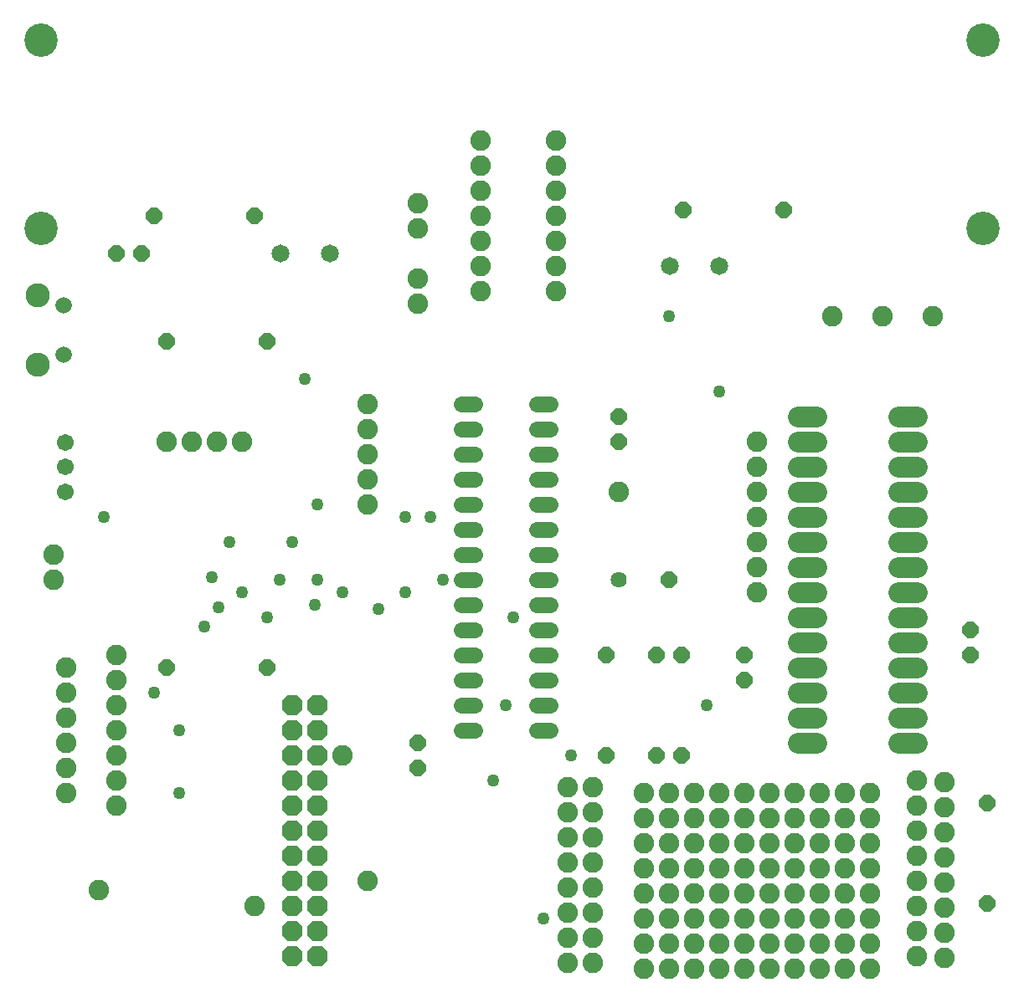
<source format=gbs>
G04 EAGLE Gerber RS-274X export*
G75*
%MOMM*%
%FSLAX34Y34*%
%LPD*%
%INBottom Soldermask*%
%IPPOS*%
%AMOC8*
5,1,8,0,0,1.08239X$1,22.5*%
G01*
%ADD10C,3.378200*%
%ADD11C,2.082800*%
%ADD12P,1.759533X8X292.500000*%
%ADD13C,1.625600*%
%ADD14P,1.759533X8X22.500000*%
%ADD15P,1.759533X8X202.500000*%
%ADD16P,1.759533X8X112.500000*%
%ADD17P,2.254402X8X292.500000*%
%ADD18C,1.712800*%
%ADD19C,1.812800*%
%ADD20C,2.082800*%
%ADD21C,1.625600*%
%ADD22C,1.662800*%
%ADD23C,2.453200*%
%ADD24C,1.261200*%


D10*
X25400Y965200D03*
X25400Y774700D03*
X977900Y774700D03*
X977900Y965200D03*
D11*
X38100Y419100D03*
X38100Y444500D03*
D12*
X609600Y584200D03*
X609600Y558800D03*
X406400Y254000D03*
X406400Y228600D03*
D13*
X609600Y419100D03*
D14*
X660400Y419100D03*
D12*
X736600Y342900D03*
X736600Y317500D03*
D11*
X406400Y698500D03*
X406400Y723900D03*
X749300Y457200D03*
X749300Y431800D03*
X749300Y406400D03*
X927100Y685800D03*
X876300Y685800D03*
X825500Y685800D03*
X406400Y774700D03*
X406400Y800100D03*
X330200Y241300D03*
X355600Y114300D03*
X241300Y88900D03*
X749300Y558800D03*
X749300Y533400D03*
X749300Y508000D03*
X749300Y482600D03*
D15*
X127000Y749300D03*
X101600Y749300D03*
D12*
X965200Y368300D03*
X965200Y342900D03*
D15*
X241300Y787400D03*
X139700Y787400D03*
X254000Y660400D03*
X152400Y660400D03*
D12*
X647700Y342900D03*
X647700Y241300D03*
X673100Y342900D03*
X673100Y241300D03*
D16*
X981710Y91440D03*
X981710Y193040D03*
D14*
X674370Y793750D03*
X775970Y793750D03*
D12*
X596900Y342900D03*
X596900Y241300D03*
D11*
X546100Y863600D03*
X546100Y838200D03*
X546100Y812800D03*
X546100Y787400D03*
X546100Y762000D03*
X546100Y736600D03*
X546100Y711200D03*
X469900Y711200D03*
X469900Y736600D03*
X469900Y762000D03*
X469900Y787400D03*
X469900Y812800D03*
X469900Y838200D03*
X469900Y863600D03*
D17*
X279400Y292100D03*
X304800Y292100D03*
X279400Y266700D03*
X304800Y266700D03*
X279400Y241300D03*
X304800Y241300D03*
X279400Y215900D03*
X304800Y215900D03*
X279400Y190500D03*
X304800Y190500D03*
X279400Y165100D03*
X304800Y165100D03*
X279400Y139700D03*
X304800Y139700D03*
X279400Y114300D03*
X304800Y114300D03*
X279400Y88900D03*
X304800Y88900D03*
X279400Y63500D03*
X304800Y63500D03*
X279400Y38100D03*
X304800Y38100D03*
D18*
X49530Y558400D03*
X49530Y533400D03*
X49530Y508400D03*
D11*
X152400Y558800D03*
X177800Y558800D03*
X203200Y558800D03*
X228600Y558800D03*
X355600Y596900D03*
X355600Y571500D03*
X355600Y546100D03*
X355600Y520700D03*
X355600Y495300D03*
D19*
X267100Y749300D03*
X317100Y749300D03*
D11*
X50800Y330200D03*
X50800Y304800D03*
X50800Y279400D03*
X50800Y254000D03*
X50800Y228600D03*
X50800Y203200D03*
X101600Y342900D03*
X101600Y317500D03*
X101600Y292100D03*
X101600Y266700D03*
X101600Y241300D03*
X101600Y215900D03*
X101600Y190500D03*
D20*
X790702Y584200D02*
X809498Y584200D01*
X809498Y558800D02*
X790702Y558800D01*
X790702Y533400D02*
X809498Y533400D01*
X809498Y508000D02*
X790702Y508000D01*
X790702Y482600D02*
X809498Y482600D01*
X809498Y457200D02*
X790702Y457200D01*
X790702Y431800D02*
X809498Y431800D01*
X809498Y406400D02*
X790702Y406400D01*
X790702Y381000D02*
X809498Y381000D01*
X809498Y355600D02*
X790702Y355600D01*
X790702Y330200D02*
X809498Y330200D01*
X809498Y304800D02*
X790702Y304800D01*
X790702Y279400D02*
X809498Y279400D01*
X809498Y254000D02*
X790702Y254000D01*
X892302Y254000D02*
X911098Y254000D01*
X911098Y279400D02*
X892302Y279400D01*
X892302Y304800D02*
X911098Y304800D01*
X911098Y330200D02*
X892302Y330200D01*
X892302Y355600D02*
X911098Y355600D01*
X911098Y381000D02*
X892302Y381000D01*
X892302Y406400D02*
X911098Y406400D01*
X911098Y431800D02*
X892302Y431800D01*
X892302Y457200D02*
X911098Y457200D01*
X911098Y482600D02*
X892302Y482600D01*
X892302Y508000D02*
X911098Y508000D01*
X911098Y533400D02*
X892302Y533400D01*
X892302Y558800D02*
X911098Y558800D01*
X911098Y584200D02*
X892302Y584200D01*
D19*
X710800Y736600D03*
X660800Y736600D03*
D21*
X464312Y596900D02*
X450088Y596900D01*
X450088Y571500D02*
X464312Y571500D01*
X464312Y546100D02*
X450088Y546100D01*
X450088Y520700D02*
X464312Y520700D01*
X464312Y495300D02*
X450088Y495300D01*
X450088Y469900D02*
X464312Y469900D01*
X464312Y444500D02*
X450088Y444500D01*
X450088Y419100D02*
X464312Y419100D01*
X464312Y393700D02*
X450088Y393700D01*
X450088Y368300D02*
X464312Y368300D01*
X464312Y342900D02*
X450088Y342900D01*
X450088Y317500D02*
X464312Y317500D01*
X464312Y292100D02*
X450088Y292100D01*
X450088Y266700D02*
X464312Y266700D01*
X526288Y266700D02*
X540512Y266700D01*
X540512Y292100D02*
X526288Y292100D01*
X526288Y317500D02*
X540512Y317500D01*
X540512Y342900D02*
X526288Y342900D01*
X526288Y368300D02*
X540512Y368300D01*
X540512Y393700D02*
X526288Y393700D01*
X526288Y419100D02*
X540512Y419100D01*
X540512Y444500D02*
X526288Y444500D01*
X526288Y469900D02*
X540512Y469900D01*
X540512Y495300D02*
X526288Y495300D01*
X526288Y520700D02*
X540512Y520700D01*
X540512Y546100D02*
X526288Y546100D01*
X526288Y571500D02*
X540512Y571500D01*
X540512Y596900D02*
X526288Y596900D01*
D15*
X254000Y330200D03*
X152400Y330200D03*
D11*
X635000Y203200D03*
X635000Y177800D03*
X635000Y152400D03*
X635000Y127000D03*
X635000Y101600D03*
X635000Y76200D03*
X635000Y50800D03*
X635000Y25400D03*
X660400Y203200D03*
X660400Y177800D03*
X660400Y152400D03*
X660400Y127000D03*
X660400Y101600D03*
X660400Y76200D03*
X660400Y50800D03*
X660400Y25400D03*
X685800Y203200D03*
X685800Y177800D03*
X685800Y152400D03*
X685800Y127000D03*
X685800Y101600D03*
X685800Y76200D03*
X685800Y50800D03*
X685800Y25400D03*
X711200Y203200D03*
X711200Y177800D03*
X711200Y152400D03*
X711200Y127000D03*
X711200Y101600D03*
X711200Y76200D03*
X711200Y50800D03*
X711200Y25400D03*
X736600Y203200D03*
X736600Y177800D03*
X736600Y152400D03*
X736600Y127000D03*
X736600Y101600D03*
X736600Y76200D03*
X736600Y50800D03*
X736600Y25400D03*
X762000Y203200D03*
X762000Y177800D03*
X762000Y152400D03*
X762000Y127000D03*
X762000Y101600D03*
X762000Y76200D03*
X762000Y50800D03*
X762000Y25400D03*
X787400Y203200D03*
X787400Y177800D03*
X787400Y152400D03*
X787400Y127000D03*
X787400Y101600D03*
X787400Y76200D03*
X787400Y50800D03*
X787400Y25400D03*
X812800Y203200D03*
X812800Y177800D03*
X812800Y152400D03*
X812800Y127000D03*
X812800Y101600D03*
X812800Y76200D03*
X812800Y50800D03*
X812800Y25400D03*
X838200Y203200D03*
X838200Y177800D03*
X838200Y152400D03*
X838200Y127000D03*
X838200Y101600D03*
X838200Y76200D03*
X838200Y50800D03*
X838200Y25400D03*
X863600Y203200D03*
X863600Y177800D03*
X863600Y152400D03*
X863600Y127000D03*
X863600Y101600D03*
X863600Y76200D03*
X863600Y50800D03*
X863600Y25400D03*
X938530Y36830D03*
X938530Y62230D03*
X938530Y87630D03*
X938530Y113030D03*
X938530Y138430D03*
X938530Y163830D03*
X938530Y189230D03*
X938530Y214630D03*
X910590Y215900D03*
X910590Y190500D03*
X910590Y165100D03*
X910590Y139700D03*
X910590Y114300D03*
X910590Y88900D03*
X910590Y63500D03*
X910590Y38100D03*
X557530Y209550D03*
X557530Y184150D03*
X557530Y158750D03*
X557530Y133350D03*
X557530Y107950D03*
X557530Y82550D03*
X557530Y57150D03*
X557530Y31750D03*
X582930Y209550D03*
X582930Y184150D03*
X582930Y158750D03*
X582930Y133350D03*
X582930Y107950D03*
X582930Y82550D03*
X582930Y57150D03*
X582930Y31750D03*
D22*
X48590Y696830D03*
D23*
X21590Y706830D03*
X21590Y636830D03*
D22*
X48590Y646830D03*
D11*
X83820Y105410D03*
X609600Y508000D03*
D24*
X88900Y482600D03*
X711200Y609600D03*
X165100Y266700D03*
X279400Y457200D03*
X419100Y482600D03*
X198120Y421640D03*
X292100Y622300D03*
X266700Y419100D03*
X698500Y292100D03*
X660400Y685800D03*
X482600Y215900D03*
X495300Y292100D03*
X561340Y241300D03*
X165100Y203200D03*
X139700Y304800D03*
X215900Y457200D03*
X393700Y482600D03*
X366296Y389890D03*
X204470Y391160D03*
X330200Y406400D03*
X393700Y406400D03*
X302260Y393700D03*
X431800Y419100D03*
X228600Y406400D03*
X304800Y419100D03*
X304800Y495300D03*
X190500Y372110D03*
X533400Y76200D03*
X502920Y381000D03*
X254000Y381000D03*
M02*

</source>
